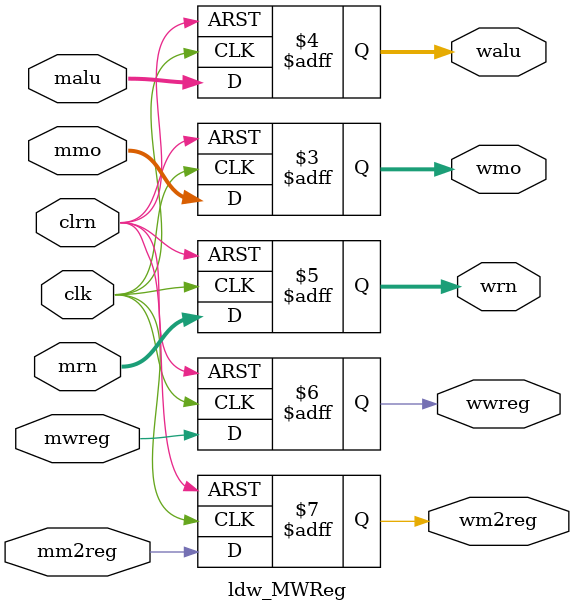
<source format=v>
module ldw_MWReg(mwreg, mm2reg, mmo, malu, mrn, clk, clrn, wwreg, wm2reg, wmo, walu, wrn);
	input [31:0] mmo, malu;
	input [4:0] mrn;
	input mwreg, mm2reg;
	input clk, clrn;
	output [31:0] wmo, walu;
	output [4:0] wrn;
	output wwreg, wm2reg;
	reg [31:0] wmo, walu;
	reg [4:0] wrn;
	reg wwreg, wm2reg;
	
	always@(negedge clrn or posedge clk)
	begin
		if(clrn == 0)
		begin
			wwreg <= 0;		wm2reg <= 0;		wmo <= 0;
			walu <= 0;		wrn <= 0;
		end
		else
		begin
			wwreg <= mwreg;		wm2reg <= mm2reg;		wmo <= mmo;
			walu <= malu;		wrn <= mrn;
		end
	end
	
endmodule 
</source>
